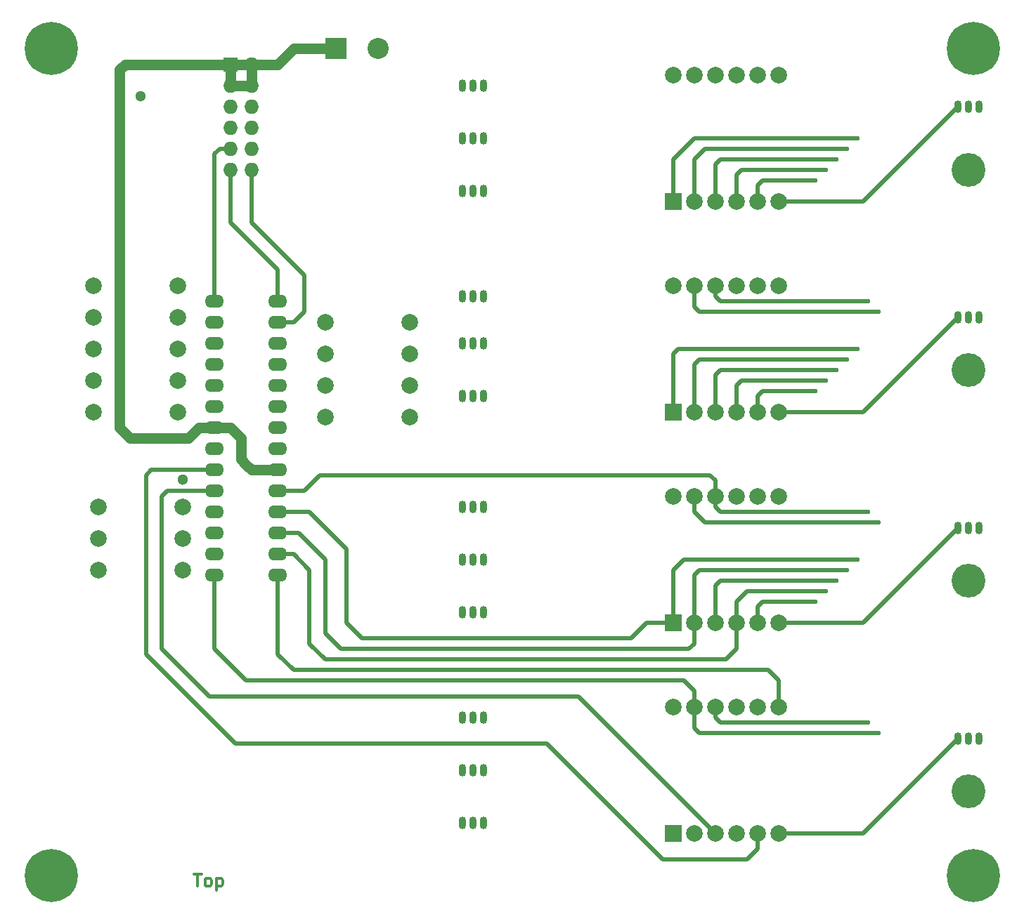
<source format=gbr>
G04 #@! TF.FileFunction,Copper,L1,Top,Signal*
%FSLAX46Y46*%
G04 Gerber Fmt 4.6, Leading zero omitted, Abs format (unit mm)*
G04 Created by KiCad (PCBNEW 4.0.2-stable) date 15/03/2016 10:56:13 PM*
%MOMM*%
G01*
G04 APERTURE LIST*
%ADD10C,0.100000*%
%ADD11C,0.300000*%
%ADD12R,2.032000X2.032000*%
%ADD13C,2.000000*%
%ADD14R,1.300000X1.300000*%
%ADD15C,1.300000*%
%ADD16O,2.300000X1.600000*%
%ADD17C,6.400000*%
%ADD18R,2.540000X2.540000*%
%ADD19C,2.540000*%
%ADD20R,1.727200X1.727200*%
%ADD21O,1.727200X1.727200*%
%ADD22C,4.064000*%
%ADD23C,1.998980*%
%ADD24O,0.899160X1.501140*%
%ADD25C,0.600000*%
%ADD26C,0.508000*%
%ADD27C,1.270000*%
G04 APERTURE END LIST*
D10*
D11*
X170934286Y-157293571D02*
X171791429Y-157293571D01*
X171362858Y-158793571D02*
X171362858Y-157293571D01*
X172505715Y-158793571D02*
X172362857Y-158722143D01*
X172291429Y-158650714D01*
X172220000Y-158507857D01*
X172220000Y-158079286D01*
X172291429Y-157936429D01*
X172362857Y-157865000D01*
X172505715Y-157793571D01*
X172720000Y-157793571D01*
X172862857Y-157865000D01*
X172934286Y-157936429D01*
X173005715Y-158079286D01*
X173005715Y-158507857D01*
X172934286Y-158650714D01*
X172862857Y-158722143D01*
X172720000Y-158793571D01*
X172505715Y-158793571D01*
X173648572Y-157793571D02*
X173648572Y-159293571D01*
X173648572Y-157865000D02*
X173791429Y-157793571D01*
X174077143Y-157793571D01*
X174220000Y-157865000D01*
X174291429Y-157936429D01*
X174362858Y-158079286D01*
X174362858Y-158507857D01*
X174291429Y-158650714D01*
X174220000Y-158722143D01*
X174077143Y-158793571D01*
X173791429Y-158793571D01*
X173648572Y-158722143D01*
D12*
X228600000Y-101600000D03*
D13*
X231140000Y-101600000D03*
X233680000Y-101600000D03*
X236220000Y-101600000D03*
X238760000Y-101600000D03*
X241300000Y-101600000D03*
X236220000Y-86360000D03*
X238760000Y-86360000D03*
X228600000Y-86360000D03*
X231140000Y-86360000D03*
X241300000Y-86360000D03*
X233680000Y-86360000D03*
D12*
X228600000Y-152400000D03*
D13*
X231140000Y-152400000D03*
X233680000Y-152400000D03*
X236220000Y-152400000D03*
X238760000Y-152400000D03*
X241300000Y-152400000D03*
X236220000Y-137160000D03*
X238760000Y-137160000D03*
X228600000Y-137160000D03*
X231140000Y-137160000D03*
X241300000Y-137160000D03*
X233680000Y-137160000D03*
D12*
X228600000Y-76200000D03*
D13*
X231140000Y-76200000D03*
X233680000Y-76200000D03*
X236220000Y-76200000D03*
X238760000Y-76200000D03*
X241300000Y-76200000D03*
X236220000Y-60960000D03*
X238760000Y-60960000D03*
X228600000Y-60960000D03*
X231140000Y-60960000D03*
X241300000Y-60960000D03*
X233680000Y-60960000D03*
D12*
X228600000Y-127000000D03*
D13*
X231140000Y-127000000D03*
X233680000Y-127000000D03*
X236220000Y-127000000D03*
X238760000Y-127000000D03*
X241300000Y-127000000D03*
X236220000Y-111760000D03*
X238760000Y-111760000D03*
X228600000Y-111760000D03*
X231140000Y-111760000D03*
X241300000Y-111760000D03*
X233680000Y-111760000D03*
D14*
X164465000Y-59690000D03*
D15*
X164465000Y-63490000D03*
D14*
X169545000Y-104775000D03*
D15*
X169545000Y-109775000D03*
D16*
X173355000Y-88265000D03*
X173355000Y-90805000D03*
X173355000Y-93345000D03*
X173355000Y-95885000D03*
X173355000Y-98425000D03*
X173355000Y-100965000D03*
X173355000Y-103505000D03*
X173355000Y-106045000D03*
X173355000Y-108585000D03*
X173355000Y-111125000D03*
X173355000Y-113665000D03*
X173355000Y-116205000D03*
X173355000Y-118745000D03*
X173355000Y-121285000D03*
X180975000Y-121285000D03*
X180975000Y-118745000D03*
X180975000Y-116205000D03*
X180975000Y-113665000D03*
X180975000Y-111125000D03*
X180975000Y-108585000D03*
X180975000Y-106045000D03*
X180975000Y-103505000D03*
X180975000Y-100965000D03*
X180975000Y-98425000D03*
X180975000Y-95885000D03*
X180975000Y-93345000D03*
X180975000Y-90805000D03*
X180975000Y-88265000D03*
D17*
X264795000Y-157480000D03*
D18*
X187960000Y-57785000D03*
D19*
X193040000Y-57785000D03*
D17*
X153670000Y-157480000D03*
D20*
X175260000Y-59690000D03*
D21*
X177800000Y-59690000D03*
X175260000Y-62230000D03*
X177800000Y-62230000D03*
X175260000Y-64770000D03*
X177800000Y-64770000D03*
X175260000Y-67310000D03*
X177800000Y-67310000D03*
X175260000Y-69850000D03*
X177800000Y-69850000D03*
X175260000Y-72390000D03*
X177800000Y-72390000D03*
D17*
X153670000Y-57785000D03*
X264795000Y-57785000D03*
D22*
X264160000Y-96520000D03*
X264160000Y-147320000D03*
X264160000Y-72390000D03*
X264160000Y-121920000D03*
D23*
X196850000Y-102235000D03*
X186690000Y-102235000D03*
X196850000Y-98425000D03*
X186690000Y-98425000D03*
X196850000Y-94615000D03*
X186690000Y-94615000D03*
X196850000Y-90805000D03*
X186690000Y-90805000D03*
X158750000Y-86360000D03*
X168910000Y-86360000D03*
X158750000Y-90170000D03*
X168910000Y-90170000D03*
X158750000Y-93980000D03*
X168910000Y-93980000D03*
X158750000Y-97790000D03*
X168910000Y-97790000D03*
X158750000Y-101600000D03*
X168910000Y-101600000D03*
X159385000Y-113030000D03*
X169545000Y-113030000D03*
X159385000Y-116840000D03*
X169545000Y-116840000D03*
X159385000Y-120650000D03*
X169545000Y-120650000D03*
D24*
X204470000Y-87630000D03*
X203200000Y-87630000D03*
X205740000Y-87630000D03*
X204470000Y-138430000D03*
X203200000Y-138430000D03*
X205740000Y-138430000D03*
X204470000Y-93345000D03*
X203200000Y-93345000D03*
X205740000Y-93345000D03*
X204470000Y-144780000D03*
X203200000Y-144780000D03*
X205740000Y-144780000D03*
X204470000Y-99695000D03*
X203200000Y-99695000D03*
X205740000Y-99695000D03*
X204470000Y-151130000D03*
X203200000Y-151130000D03*
X205740000Y-151130000D03*
X264160000Y-90170000D03*
X265430000Y-90170000D03*
X262890000Y-90170000D03*
X264160000Y-140970000D03*
X265430000Y-140970000D03*
X262890000Y-140970000D03*
X204470000Y-62230000D03*
X203200000Y-62230000D03*
X205740000Y-62230000D03*
X204470000Y-113030000D03*
X203200000Y-113030000D03*
X205740000Y-113030000D03*
X204470000Y-68580000D03*
X203200000Y-68580000D03*
X205740000Y-68580000D03*
X204470000Y-119380000D03*
X203200000Y-119380000D03*
X205740000Y-119380000D03*
X204470000Y-74930000D03*
X203200000Y-74930000D03*
X205740000Y-74930000D03*
X204470000Y-125730000D03*
X203200000Y-125730000D03*
X205740000Y-125730000D03*
X264160000Y-64770000D03*
X265430000Y-64770000D03*
X262890000Y-64770000D03*
X264160000Y-115570000D03*
X265430000Y-115570000D03*
X262890000Y-115570000D03*
D25*
X250825000Y-119380000D03*
X250825000Y-93980000D03*
X250825000Y-68580000D03*
X249555000Y-120650000D03*
X249555000Y-95250000D03*
X249555000Y-69850000D03*
X248285000Y-121920000D03*
X248285000Y-96520000D03*
X248285000Y-71120000D03*
X247015000Y-72390000D03*
X247015000Y-97790000D03*
X247015000Y-123190000D03*
X245745000Y-73660000D03*
X245745000Y-99060000D03*
X245745000Y-124460000D03*
X253365000Y-89535000D03*
X253365000Y-114935000D03*
X253365000Y-140335000D03*
X252095000Y-88265000D03*
X252095000Y-113665000D03*
X252095000Y-139065000D03*
D26*
X180975000Y-113665000D02*
X184785000Y-113665000D01*
X225425000Y-127000000D02*
X228600000Y-127000000D01*
X223520000Y-128905000D02*
X225425000Y-127000000D01*
X191135000Y-128905000D02*
X223520000Y-128905000D01*
X189230000Y-127000000D02*
X191135000Y-128905000D01*
X189230000Y-118110000D02*
X189230000Y-127000000D01*
X184785000Y-113665000D02*
X189230000Y-118110000D01*
X228600000Y-127000000D02*
X228600000Y-120650000D01*
X229870000Y-119380000D02*
X250825000Y-119380000D01*
X228600000Y-120650000D02*
X229870000Y-119380000D01*
X228600000Y-101600000D02*
X228600000Y-94615000D01*
X229235000Y-93980000D02*
X250825000Y-93980000D01*
X228600000Y-94615000D02*
X229235000Y-93980000D01*
X228600000Y-76200000D02*
X228600000Y-71120000D01*
X231140000Y-68580000D02*
X250825000Y-68580000D01*
X228600000Y-71120000D02*
X231140000Y-68580000D01*
X180975000Y-116205000D02*
X183515000Y-116205000D01*
X231140000Y-129540000D02*
X231140000Y-127000000D01*
X230505000Y-130175000D02*
X231140000Y-129540000D01*
X188595000Y-130175000D02*
X230505000Y-130175000D01*
X186690000Y-128270000D02*
X188595000Y-130175000D01*
X186690000Y-119380000D02*
X186690000Y-128270000D01*
X183515000Y-116205000D02*
X186690000Y-119380000D01*
X231140000Y-127000000D02*
X231140000Y-121285000D01*
X231775000Y-120650000D02*
X249555000Y-120650000D01*
X231140000Y-121285000D02*
X231775000Y-120650000D01*
X231140000Y-101600000D02*
X231140000Y-95885000D01*
X231775000Y-95250000D02*
X249555000Y-95250000D01*
X231140000Y-95885000D02*
X231775000Y-95250000D01*
X231140000Y-76200000D02*
X231140000Y-71120000D01*
X232410000Y-69850000D02*
X249555000Y-69850000D01*
X231140000Y-71120000D02*
X232410000Y-69850000D01*
X173355000Y-111125000D02*
X167640000Y-111125000D01*
X217170000Y-135890000D02*
X233680000Y-152400000D01*
X172720000Y-135890000D02*
X217170000Y-135890000D01*
X167005000Y-130175000D02*
X172720000Y-135890000D01*
X233680000Y-127000000D02*
X233680000Y-122555000D01*
X234315000Y-121920000D02*
X248285000Y-121920000D01*
X233680000Y-122555000D02*
X234315000Y-121920000D01*
X233680000Y-101600000D02*
X233680000Y-97155000D01*
X234315000Y-96520000D02*
X248285000Y-96520000D01*
X233680000Y-97155000D02*
X234315000Y-96520000D01*
X233680000Y-76200000D02*
X233680000Y-71755000D01*
X234315000Y-71120000D02*
X248285000Y-71120000D01*
X233680000Y-71755000D02*
X234315000Y-71120000D01*
X167005000Y-111760000D02*
X167005000Y-130175000D01*
X167640000Y-111125000D02*
X167005000Y-111760000D01*
X180975000Y-118745000D02*
X182880000Y-118745000D01*
X236220000Y-130175000D02*
X236220000Y-127000000D01*
X234950000Y-131445000D02*
X236220000Y-130175000D01*
X186690000Y-131445000D02*
X234950000Y-131445000D01*
X184785000Y-129540000D02*
X186690000Y-131445000D01*
X184785000Y-120650000D02*
X184785000Y-129540000D01*
X182880000Y-118745000D02*
X184785000Y-120650000D01*
X236220000Y-76200000D02*
X236220000Y-73025000D01*
X236855000Y-72390000D02*
X247015000Y-72390000D01*
X236220000Y-73025000D02*
X236855000Y-72390000D01*
X236220000Y-101600000D02*
X236220000Y-98425000D01*
X236855000Y-97790000D02*
X247015000Y-97790000D01*
X236220000Y-98425000D02*
X236855000Y-97790000D01*
X236220000Y-127000000D02*
X236220000Y-124460000D01*
X237490000Y-123190000D02*
X247015000Y-123190000D01*
X236220000Y-124460000D02*
X237490000Y-123190000D01*
X173355000Y-108585000D02*
X165735000Y-108585000D01*
X238760000Y-154305000D02*
X238760000Y-152400000D01*
X237490000Y-155575000D02*
X238760000Y-154305000D01*
X227330000Y-155575000D02*
X237490000Y-155575000D01*
X213360000Y-141605000D02*
X227330000Y-155575000D01*
X175895000Y-141605000D02*
X213360000Y-141605000D01*
X165100000Y-130810000D02*
X175895000Y-141605000D01*
X165100000Y-109220000D02*
X165100000Y-130810000D01*
X165735000Y-108585000D02*
X165100000Y-109220000D01*
X238760000Y-76200000D02*
X238760000Y-74295000D01*
X239395000Y-73660000D02*
X245745000Y-73660000D01*
X238760000Y-74295000D02*
X239395000Y-73660000D01*
X238760000Y-101600000D02*
X238760000Y-99695000D01*
X239395000Y-99060000D02*
X245745000Y-99060000D01*
X238760000Y-99695000D02*
X239395000Y-99060000D01*
X238760000Y-127000000D02*
X238760000Y-125095000D01*
X239395000Y-124460000D02*
X245745000Y-124460000D01*
X238760000Y-125095000D02*
X239395000Y-124460000D01*
X241300000Y-101600000D02*
X251460000Y-101600000D01*
X251460000Y-101600000D02*
X262890000Y-90170000D01*
X173355000Y-121285000D02*
X173355000Y-130175000D01*
X231140000Y-135255000D02*
X231140000Y-137160000D01*
X229870000Y-133985000D02*
X231140000Y-135255000D01*
X177165000Y-133985000D02*
X229870000Y-133985000D01*
X173355000Y-130175000D02*
X177165000Y-133985000D01*
X231140000Y-86360000D02*
X231140000Y-88900000D01*
X231775000Y-89535000D02*
X253365000Y-89535000D01*
X231140000Y-88900000D02*
X231775000Y-89535000D01*
X231140000Y-111760000D02*
X231140000Y-113665000D01*
X232410000Y-114935000D02*
X253365000Y-114935000D01*
X231140000Y-113665000D02*
X232410000Y-114935000D01*
X231140000Y-137160000D02*
X231140000Y-139700000D01*
X231775000Y-140335000D02*
X253365000Y-140335000D01*
X231140000Y-139700000D02*
X231775000Y-140335000D01*
X180975000Y-121285000D02*
X180975000Y-130810000D01*
X241300000Y-133985000D02*
X241300000Y-137160000D01*
X240030000Y-132715000D02*
X241300000Y-133985000D01*
X182880000Y-132715000D02*
X240030000Y-132715000D01*
X180975000Y-130810000D02*
X182880000Y-132715000D01*
X180975000Y-111125000D02*
X184150000Y-111125000D01*
X233680000Y-109855000D02*
X233680000Y-111760000D01*
X233045000Y-109220000D02*
X233680000Y-109855000D01*
X186055000Y-109220000D02*
X233045000Y-109220000D01*
X184150000Y-111125000D02*
X186055000Y-109220000D01*
X233680000Y-86360000D02*
X233680000Y-87630000D01*
X234315000Y-88265000D02*
X252095000Y-88265000D01*
X233680000Y-87630000D02*
X234315000Y-88265000D01*
X233680000Y-111760000D02*
X233680000Y-113030000D01*
X234315000Y-113665000D02*
X252095000Y-113665000D01*
X233680000Y-113030000D02*
X234315000Y-113665000D01*
X233680000Y-137160000D02*
X233680000Y-138430000D01*
X234315000Y-139065000D02*
X252095000Y-139065000D01*
X233680000Y-138430000D02*
X234315000Y-139065000D01*
X241300000Y-152400000D02*
X251460000Y-152400000D01*
X251460000Y-152400000D02*
X262890000Y-140970000D01*
X241300000Y-76200000D02*
X251460000Y-76200000D01*
X251460000Y-76200000D02*
X262890000Y-64770000D01*
X241300000Y-127000000D02*
X251460000Y-127000000D01*
X251460000Y-127000000D02*
X262890000Y-115570000D01*
D27*
X164465000Y-59690000D02*
X162560000Y-59690000D01*
X163195000Y-104775000D02*
X168910000Y-104775000D01*
X161925000Y-103505000D02*
X163195000Y-104775000D01*
X161925000Y-60325000D02*
X161925000Y-103505000D01*
X162560000Y-59690000D02*
X161925000Y-60325000D01*
X164465000Y-59690000D02*
X175260000Y-59690000D01*
X173355000Y-103505000D02*
X175260000Y-103505000D01*
X177800000Y-108585000D02*
X180975000Y-108585000D01*
X177165000Y-107950000D02*
X177800000Y-108585000D01*
X176530000Y-107315000D02*
X177165000Y-107950000D01*
X176530000Y-104775000D02*
X176530000Y-107315000D01*
X175260000Y-103505000D02*
X176530000Y-104775000D01*
X168910000Y-104775000D02*
X170180000Y-104775000D01*
X171450000Y-103505000D02*
X173355000Y-103505000D01*
X170180000Y-104775000D02*
X171450000Y-103505000D01*
X165735000Y-59690000D02*
X168275000Y-59690000D01*
X168275000Y-59690000D02*
X175260000Y-59690000D01*
X177800000Y-59690000D02*
X180975000Y-59690000D01*
X182880000Y-57785000D02*
X187960000Y-57785000D01*
X180975000Y-59690000D02*
X182880000Y-57785000D01*
X175260000Y-59690000D02*
X175260000Y-62230000D01*
X177800000Y-62230000D02*
X175260000Y-62230000D01*
X177800000Y-62230000D02*
X177800000Y-59690000D01*
X175260000Y-59690000D02*
X177800000Y-59690000D01*
D26*
X173355000Y-88265000D02*
X173355000Y-70485000D01*
X173990000Y-69850000D02*
X175260000Y-69850000D01*
X173355000Y-70485000D02*
X173990000Y-69850000D01*
X177800000Y-72390000D02*
X177800000Y-78740000D01*
X182880000Y-90805000D02*
X180975000Y-90805000D01*
X184150000Y-89535000D02*
X182880000Y-90805000D01*
X184150000Y-85090000D02*
X184150000Y-89535000D01*
X177800000Y-78740000D02*
X184150000Y-85090000D01*
X175260000Y-72390000D02*
X175260000Y-78740000D01*
X180975000Y-84455000D02*
X180975000Y-88265000D01*
X175260000Y-78740000D02*
X180975000Y-84455000D01*
M02*

</source>
